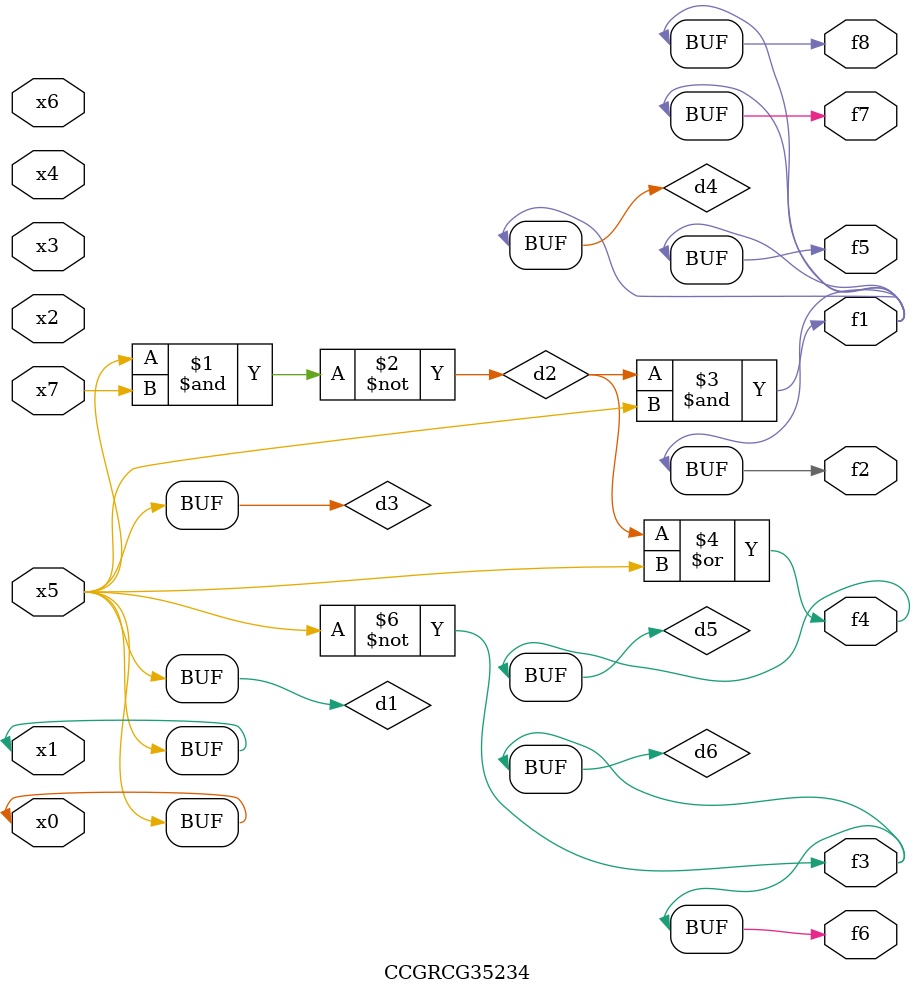
<source format=v>
module CCGRCG35234(
	input x0, x1, x2, x3, x4, x5, x6, x7,
	output f1, f2, f3, f4, f5, f6, f7, f8
);

	wire d1, d2, d3, d4, d5, d6;

	buf (d1, x0, x5);
	nand (d2, x5, x7);
	buf (d3, x0, x1);
	and (d4, d2, d3);
	or (d5, d2, d3);
	nor (d6, d1, d3);
	assign f1 = d4;
	assign f2 = d4;
	assign f3 = d6;
	assign f4 = d5;
	assign f5 = d4;
	assign f6 = d6;
	assign f7 = d4;
	assign f8 = d4;
endmodule

</source>
